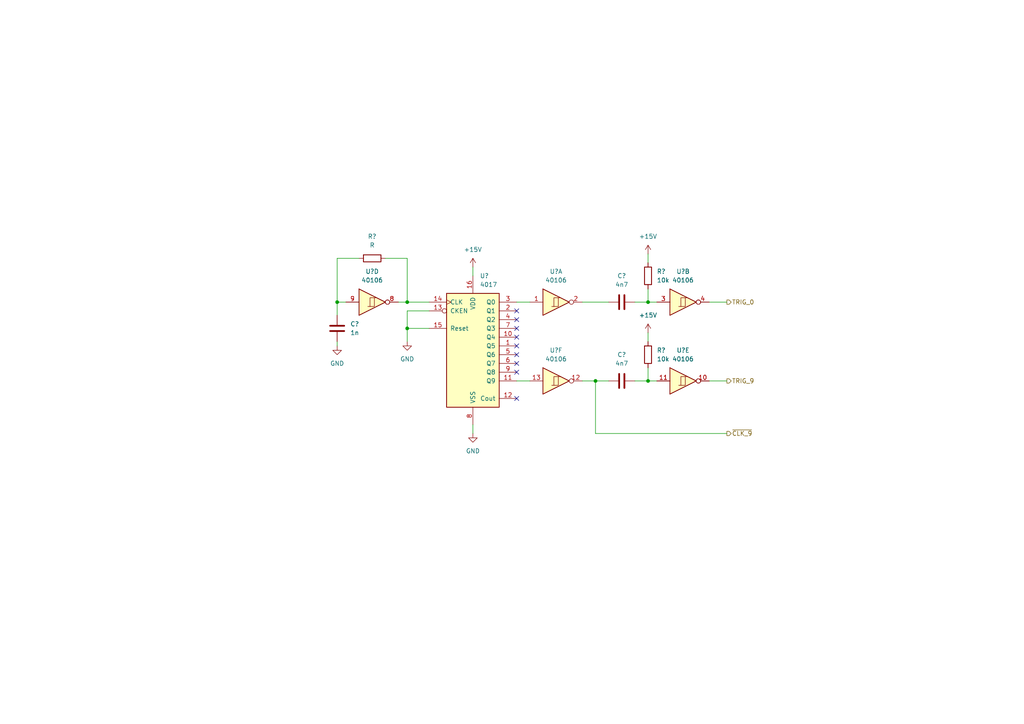
<source format=kicad_sch>
(kicad_sch (version 20211123) (generator eeschema)
  (paper "A4")
  (title_block (title "Josh Ox Ribbon Synth Ribbon board") (date "2022-06-16") (rev "0") (comment 1 "creativecommons.org/licences/by/4.0") (comment 2 "license: CC by 4.0") (comment 3 "Author: Jordan Aceto"))
  (lib_symbols
    (symbol "4xxx:40106" (pin_names (offset 1.016))
      (property "Reference" "U" (at 0 1.27 0))
      (property "Value" "40106" (at 0 -1.27 0))
      (symbol "40106_1_0"
        (polyline (pts (xy -0.635 -1.27) (xy -0.635 1.27) (xy 0.635 1.27)))
        (polyline (pts (xy -3.81 3.81) (xy -3.81 -3.81) (xy 3.81 0) (xy -3.81 3.81)) (stroke (width 0.254)) (fill (type background)))
        (polyline (pts (xy -1.27 -1.27) (xy 0.635 -1.27) (xy 0.635 1.27) (xy 1.27 1.27)))
        (pin input line (at -7.62 0 0) (length 3.81) (name "~") (number "1"))
        (pin output inverted (at 7.62 0 180) (length 3.81) (name "~") (number "2"))
      )
      (symbol "40106_2_0"
        (polyline (pts (xy -0.635 -1.27) (xy -0.635 1.27) (xy 0.635 1.27)))
        (polyline (pts (xy -3.81 3.81) (xy -3.81 -3.81) (xy 3.81 0) (xy -3.81 3.81)) (stroke (width 0.254)) (fill (type background)))
        (polyline (pts (xy -1.27 -1.27) (xy 0.635 -1.27) (xy 0.635 1.27) (xy 1.27 1.27)))
        (pin input line (at -7.62 0 0) (length 3.81) (name "~") (number "3"))
        (pin output inverted (at 7.62 0 180) (length 3.81) (name "~") (number "4"))
      )
      (symbol "40106_3_0"
        (polyline (pts (xy -0.635 -1.27) (xy -0.635 1.27) (xy 0.635 1.27)))
        (polyline (pts (xy -3.81 3.81) (xy -3.81 -3.81) (xy 3.81 0) (xy -3.81 3.81)) (stroke (width 0.254)) (fill (type background)))
        (polyline (pts (xy -1.27 -1.27) (xy 0.635 -1.27) (xy 0.635 1.27) (xy 1.27 1.27)))
        (pin input line (at -7.62 0 0) (length 3.81) (name "~") (number "5"))
        (pin output inverted (at 7.62 0 180) (length 3.81) (name "~") (number "6"))
      )
      (symbol "40106_4_0"
        (polyline (pts (xy -0.635 -1.27) (xy -0.635 1.27) (xy 0.635 1.27)))
        (polyline (pts (xy -3.81 3.81) (xy -3.81 -3.81) (xy 3.81 0) (xy -3.81 3.81)) (stroke (width 0.254)) (fill (type background)))
        (polyline (pts (xy -1.27 -1.27) (xy 0.635 -1.27) (xy 0.635 1.27) (xy 1.27 1.27)))
        (pin output inverted (at 7.62 0 180) (length 3.81) (name "~") (number "8"))
        (pin input line (at -7.62 0 0) (length 3.81) (name "~") (number "9"))
      )
      (symbol "40106_5_0"
        (polyline (pts (xy -0.635 -1.27) (xy -0.635 1.27) (xy 0.635 1.27)))
        (polyline (pts (xy -3.81 3.81) (xy -3.81 -3.81) (xy 3.81 0) (xy -3.81 3.81)) (stroke (width 0.254)) (fill (type background)))
        (polyline (pts (xy -1.27 -1.27) (xy 0.635 -1.27) (xy 0.635 1.27) (xy 1.27 1.27)))
        (pin output inverted (at 7.62 0 180) (length 3.81) (name "~") (number "10"))
        (pin input line (at -7.62 0 0) (length 3.81) (name "~") (number "11"))
      )
      (symbol "40106_6_0"
        (polyline (pts (xy -0.635 -1.27) (xy -0.635 1.27) (xy 0.635 1.27)))
        (polyline (pts (xy -3.81 3.81) (xy -3.81 -3.81) (xy 3.81 0) (xy -3.81 3.81)) (stroke (width 0.254)) (fill (type background)))
        (polyline (pts (xy -1.27 -1.27) (xy 0.635 -1.27) (xy 0.635 1.27) (xy 1.27 1.27)))
        (pin output inverted (at 7.62 0 180) (length 3.81) (name "~") (number "12"))
        (pin input line (at -7.62 0 0) (length 3.81) (name "~") (number "13"))
      )
      (symbol "40106_7_0"
        (pin power_in line (at 0 12.7 270) (length 5.08) (name "VDD") (number "14"))
        (pin power_in line (at 0 -12.7 90) (length 5.08) (name "VSS") (number "7"))
      )
      (symbol "40106_7_1"
        (rectangle (start -5.08 7.62) (end 5.08 -7.62) (stroke (width 0.254)) (fill (type background)))
      )
    )
    (symbol "4xxx:4017" (pin_names (offset 1.016))
      (property "Reference" "U" (at -7.62 16.51 0))
      (property "Value" "4017" (at -7.62 -19.05 0))
      (symbol "4017_1_0"
        (pin output line (at 12.7 0 180) (length 5.08) (name "Q5") (number "1"))
        (pin output line (at 12.7 2.54 180) (length 5.08) (name "Q4") (number "10"))
        (pin output line (at 12.7 -10.16 180) (length 5.08) (name "Q9") (number "11"))
        (pin output line (at 12.7 -15.24 180) (length 5.08) (name "Cout") (number "12"))
        (pin input inverted (at -12.7 10.16 0) (length 5.08) (name "CKEN") (number "13"))
        (pin input clock (at -12.7 12.7 0) (length 5.08) (name "CLK") (number "14"))
        (pin input line (at -12.7 5.08 0) (length 5.08) (name "Reset") (number "15"))
        (pin power_in line (at 0 20.32 270) (length 5.08) (name "VDD") (number "16"))
        (pin output line (at 12.7 10.16 180) (length 5.08) (name "Q1") (number "2"))
        (pin output line (at 12.7 12.7 180) (length 5.08) (name "Q0") (number "3"))
        (pin output line (at 12.7 7.62 180) (length 5.08) (name "Q2") (number "4"))
        (pin output line (at 12.7 -2.54 180) (length 5.08) (name "Q6") (number "5"))
        (pin output line (at 12.7 -5.08 180) (length 5.08) (name "Q7") (number "6"))
        (pin output line (at 12.7 5.08 180) (length 5.08) (name "Q3") (number "7"))
        (pin power_in line (at 0 -22.86 90) (length 5.08) (name "VSS") (number "8"))
        (pin output line (at 12.7 -7.62 180) (length 5.08) (name "Q8") (number "9"))
      )
      (symbol "4017_1_1"
        (rectangle (start -7.62 15.24) (end 7.62 -17.78) (stroke (width 0.254)) (fill (type background)))
      )
    )
    (symbol "Device:C" (pin_numbers hide) (pin_names (offset 0.254))
      (property "Reference" "C" (at 0.635 2.54 0))
      (property "Value" "C" (at 0.635 -2.54 0))
      (symbol "C_0_1"
        (polyline (pts (xy -2.032 -0.762) (xy 2.032 -0.762)) (stroke (width 0.508)))
        (polyline (pts (xy -2.032 0.762) (xy 2.032 0.762)) (stroke (width 0.508)))
      )
      (symbol "C_1_1"
        (pin passive line (at 0 3.81 270) (length 2.794) (name "~") (number "1"))
        (pin passive line (at 0 -3.81 90) (length 2.794) (name "~") (number "2"))
      )
    )
    (symbol "Device:R" (pin_numbers hide) (pin_names (offset 0))
      (property "Reference" "R" (at 2.032 0 90))
      (property "Value" "R" (at 0 0 90))
      (symbol "R_0_1"
        (rectangle (start -1.016 -2.54) (end 1.016 2.54) (stroke (width 0.254)))
      )
      (symbol "R_1_1"
        (pin passive line (at 0 3.81 270) (length 1.27) (name "~") (number "1"))
        (pin passive line (at 0 -3.81 90) (length 1.27) (name "~") (number "2"))
      )
    )
    (symbol "power:+15V" (power) (pin_names (offset 0))
      (property "Value" "+15V" (at 0 3.556 0))
      (symbol "+15V_0_1"
        (polyline (pts (xy -0.762 1.27) (xy 0 2.54)))
        (polyline (pts (xy 0 0) (xy 0 2.54)))
        (polyline (pts (xy 0 2.54) (xy 0.762 1.27)))
      )
      (symbol "+15V_1_1"
        (pin power_in line (at 0 0 90) (length 0) hide (name "+15V") (number "1"))
      )
    )
    (symbol "power:GND" (power) (pin_names (offset 0))
      (property "Value" "GND" (at 0 -3.81 0))
      (symbol "GND_0_1"
        (polyline (pts (xy 0 0) (xy 0 -1.27) (xy 1.27 -1.27) (xy 0 -2.54) (xy -1.27 -1.27) (xy 0 -1.27)))
      )
      (symbol "GND_1_1"
        (pin power_in line (at 0 0 270) (length 0) hide (name "GND") (number "1"))
      )
    )
  )
  (junction (at 187.96 110.49))
  (junction (at 172.72 110.49))
  (junction (at 97.79 87.63))
  (junction (at 118.11 87.63))
  (junction (at 187.96 87.63))
  (junction (at 118.11 95.25))
  (no_connect (at 149.86 107.95))
  (no_connect (at 149.86 100.33))
  (no_connect (at 149.86 105.41))
  (no_connect (at 149.86 90.17))
  (no_connect (at 149.86 115.57))
  (no_connect (at 149.86 92.71))
  (no_connect (at 149.86 97.79))
  (no_connect (at 149.86 95.25))
  (no_connect (at 149.86 102.87))
  (wire (pts (xy 187.96 106.68) (xy 187.96 110.49)))
  (wire (pts (xy 168.91 110.49) (xy 172.72 110.49)))
  (wire (pts (xy 137.16 123.19) (xy 137.16 125.73)))
  (wire (pts (xy 97.79 87.63) (xy 97.79 91.44)))
  (wire (pts (xy 118.11 74.93) (xy 111.76 74.93)))
  (wire (pts (xy 97.79 74.93) (xy 97.79 87.63)))
  (wire (pts (xy 187.96 87.63) (xy 190.5 87.63)))
  (wire (pts (xy 118.11 90.17) (xy 124.46 90.17)))
  (wire (pts (xy 205.74 110.49) (xy 210.82 110.49)))
  (wire (pts (xy 118.11 99.06) (xy 118.11 95.25)))
  (wire (pts (xy 115.57 87.63) (xy 118.11 87.63)))
  (wire (pts (xy 104.14 74.93) (xy 97.79 74.93)))
  (wire (pts (xy 118.11 95.25) (xy 124.46 95.25)))
  (wire (pts (xy 187.96 110.49) (xy 190.5 110.49)))
  (wire (pts (xy 149.86 110.49) (xy 153.67 110.49)))
  (wire (pts (xy 172.72 125.73) (xy 210.82 125.73)))
  (wire (pts (xy 97.79 99.06) (xy 97.79 100.33)))
  (wire (pts (xy 118.11 87.63) (xy 118.11 74.93)))
  (wire (pts (xy 118.11 95.25) (xy 118.11 90.17)))
  (wire (pts (xy 184.15 110.49) (xy 187.96 110.49)))
  (wire (pts (xy 184.15 87.63) (xy 187.96 87.63)))
  (wire (pts (xy 187.96 83.82) (xy 187.96 87.63)))
  (wire (pts (xy 205.74 87.63) (xy 210.82 87.63)))
  (wire (pts (xy 187.96 96.52) (xy 187.96 99.06)))
  (wire (pts (xy 118.11 87.63) (xy 124.46 87.63)))
  (wire (pts (xy 137.16 77.47) (xy 137.16 80.01)))
  (wire (pts (xy 168.91 87.63) (xy 176.53 87.63)))
  (wire (pts (xy 187.96 73.66) (xy 187.96 76.2)))
  (wire (pts (xy 149.86 87.63) (xy 153.67 87.63)))
  (wire (pts (xy 97.79 87.63) (xy 100.33 87.63)))
  (wire (pts (xy 172.72 125.73) (xy 172.72 110.49)))
  (wire (pts (xy 172.72 110.49) (xy 176.53 110.49)))
  (hierarchical_label "TRIG_9" (shape output) (at 210.82 110.49 0))
  (hierarchical_label "~{CLK_9}" (shape output) (at 210.82 125.73 0))
  (hierarchical_label "TRIG_0" (shape output) (at 210.82 87.63 0))
  (symbol (lib_id "Device:C") (at 97.79 95.25 0) (unit 1)
    (property "Reference" "C?" (at 101.6 93.9799 0) (effects (justify left)))
    (property "Value" "1n" (at 101.6 96.5199 0) (effects (justify left)))
  )
  (symbol (lib_id "4xxx:4017") (at 137.16 100.33 0) (unit 1)
    (property "Reference" "U?" (at 139.1794 80.01 0) (effects (justify left)))
    (property "Value" "4017" (at 139.1794 82.55 0) (effects (justify left)))
    (property "Datasheet" "http://www.intersil.com/content/dam/Intersil/documents/cd40/cd4017bms-22bms.pdf" (effects hide))
  )
  (symbol (lib_id "4xxx:40106") (at 198.12 110.49 0) (unit 5)
    (property "Reference" "U?" (at 198.12 101.6 0))
    (property "Value" "40106" (at 198.12 104.14 0))
    (property "Datasheet" "https://assets.nexperia.com/documents/data-sheet/HEF40106B.pdf" (effects hide))
  )
  (symbol (lib_id "power:+15V") (at 187.96 96.52 0) (unit 1)
    (property "Reference" "#PWR?" (effects hide))
    (property "Value" "+15V" (at 187.96 91.44 0))
  )
  (symbol (lib_id "4xxx:40106") (at 161.29 110.49 0) (unit 6)
    (property "Reference" "U?" (at 161.29 101.6 0))
    (property "Value" "40106" (at 161.29 104.14 0))
    (property "Datasheet" "https://assets.nexperia.com/documents/data-sheet/HEF40106B.pdf" (effects hide))
  )
  (symbol (lib_id "Device:R") (at 187.96 80.01 0) (unit 1)
    (property "Reference" "R?" (at 190.5 78.7399 0) (effects (justify left)))
    (property "Value" "10k" (at 190.5 81.2799 0) (effects (justify left)))
  )
  (symbol (lib_id "power:+15V") (at 137.16 77.47 0) (unit 1)
    (property "Reference" "#PWR?" (effects hide))
    (property "Value" "+15V" (at 137.16 72.39 0))
  )
  (symbol (lib_id "power:GND") (at 118.11 99.06 0) (unit 1)
    (property "Reference" "#PWR?" (effects hide))
    (property "Value" "GND" (at 118.11 104.14 0))
  )
  (symbol (lib_id "Device:R") (at 187.96 102.87 0) (unit 1)
    (property "Reference" "R?" (at 190.5 101.5999 0) (effects (justify left)))
    (property "Value" "10k" (at 190.5 104.1399 0) (effects (justify left)))
  )
  (symbol (lib_id "Device:C") (at 180.34 110.49 90) (unit 1)
    (property "Reference" "C?" (at 180.34 102.87 90))
    (property "Value" "4n7" (at 180.34 105.41 90))
  )
  (symbol (lib_id "power:GND") (at 97.79 100.33 0) (unit 1)
    (property "Reference" "#PWR?" (effects hide))
    (property "Value" "GND" (at 97.79 105.41 0))
  )
  (symbol (lib_id "Device:R") (at 107.95 74.93 90) (unit 1)
    (property "Reference" "R?" (at 107.95 68.58 90))
    (property "Value" "R" (at 107.95 71.12 90))
  )
  (symbol (lib_id "power:GND") (at 137.16 125.73 0) (unit 1)
    (property "Reference" "#PWR?" (effects hide))
    (property "Value" "GND" (at 137.16 130.81 0))
  )
  (symbol (lib_id "4xxx:40106") (at 161.29 87.63 0) (unit 1)
    (property "Reference" "U?" (at 161.29 78.74 0))
    (property "Value" "40106" (at 161.29 81.28 0))
    (property "Datasheet" "https://assets.nexperia.com/documents/data-sheet/HEF40106B.pdf" (effects hide))
  )
  (symbol (lib_id "4xxx:40106") (at 107.95 87.63 0) (unit 4)
    (property "Reference" "U?" (at 107.95 78.74 0))
    (property "Value" "40106" (at 107.95 81.28 0))
    (property "Datasheet" "https://assets.nexperia.com/documents/data-sheet/HEF40106B.pdf" (effects hide))
  )
  (symbol (lib_id "4xxx:40106") (at 198.12 87.63 0) (unit 2)
    (property "Reference" "U?" (at 198.12 78.74 0))
    (property "Value" "40106" (at 198.12 81.28 0))
    (property "Datasheet" "https://assets.nexperia.com/documents/data-sheet/HEF40106B.pdf" (effects hide))
  )
  (symbol (lib_id "Device:C") (at 180.34 87.63 90) (unit 1)
    (property "Reference" "C?" (at 180.34 80.01 90))
    (property "Value" "4n7" (at 180.34 82.55 90))
  )
  (symbol (lib_id "power:+15V") (at 187.96 73.66 0) (unit 1)
    (property "Reference" "#PWR?" (effects hide))
    (property "Value" "+15V" (at 187.96 68.58 0))
  )
)
</source>
